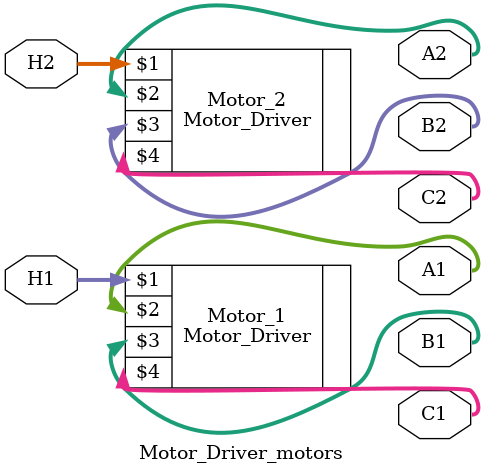
<source format=v>
`timescale 1ns / 1ps
module Motor_Driver_motors(input [2:0] H1,output [1:0] A1,output [1:0] B1,output [1:0] C1, input [2:0] H2,output [1:0] A2,output [1:0] B2,output [1:0] C2  );
Motor_Driver Motor_1(H1,A1,B1,C1);
Motor_Driver Motor_2(H2,A2,B2,C2);
endmodule

</source>
